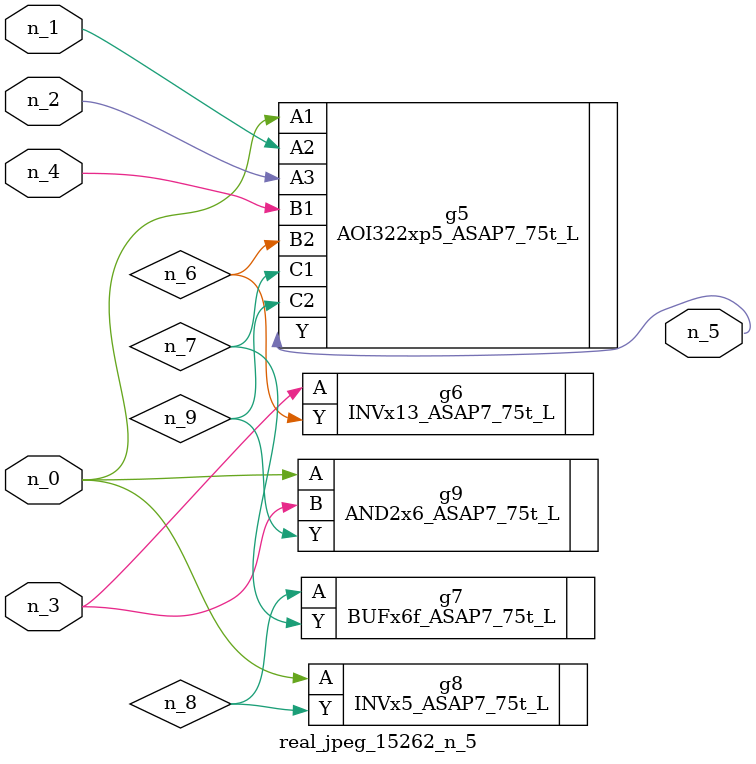
<source format=v>
module real_jpeg_15262_n_5 (n_4, n_0, n_1, n_2, n_3, n_5);

input n_4;
input n_0;
input n_1;
input n_2;
input n_3;

output n_5;

wire n_8;
wire n_6;
wire n_7;
wire n_9;

AOI322xp5_ASAP7_75t_L g5 ( 
.A1(n_0),
.A2(n_1),
.A3(n_2),
.B1(n_4),
.B2(n_6),
.C1(n_7),
.C2(n_9),
.Y(n_5)
);

INVx5_ASAP7_75t_L g8 ( 
.A(n_0),
.Y(n_8)
);

AND2x6_ASAP7_75t_L g9 ( 
.A(n_0),
.B(n_3),
.Y(n_9)
);

INVx13_ASAP7_75t_L g6 ( 
.A(n_3),
.Y(n_6)
);

BUFx6f_ASAP7_75t_L g7 ( 
.A(n_8),
.Y(n_7)
);


endmodule
</source>
